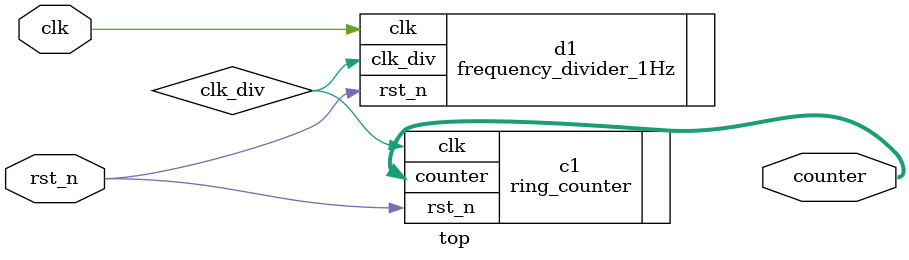
<source format=v>
module top (
    input clk, 
    input rst_n,
    output [7:0] counter
);

wire clk_div;

frequency_divider_1Hz d1(
    .clk(clk),
    .rst_n(rst_n),
    .clk_div(clk_div)
);

ring_counter c1( 
    .clk(clk_div),
    .rst_n(rst_n),
    .counter(counter)
);

endmodule
</source>
